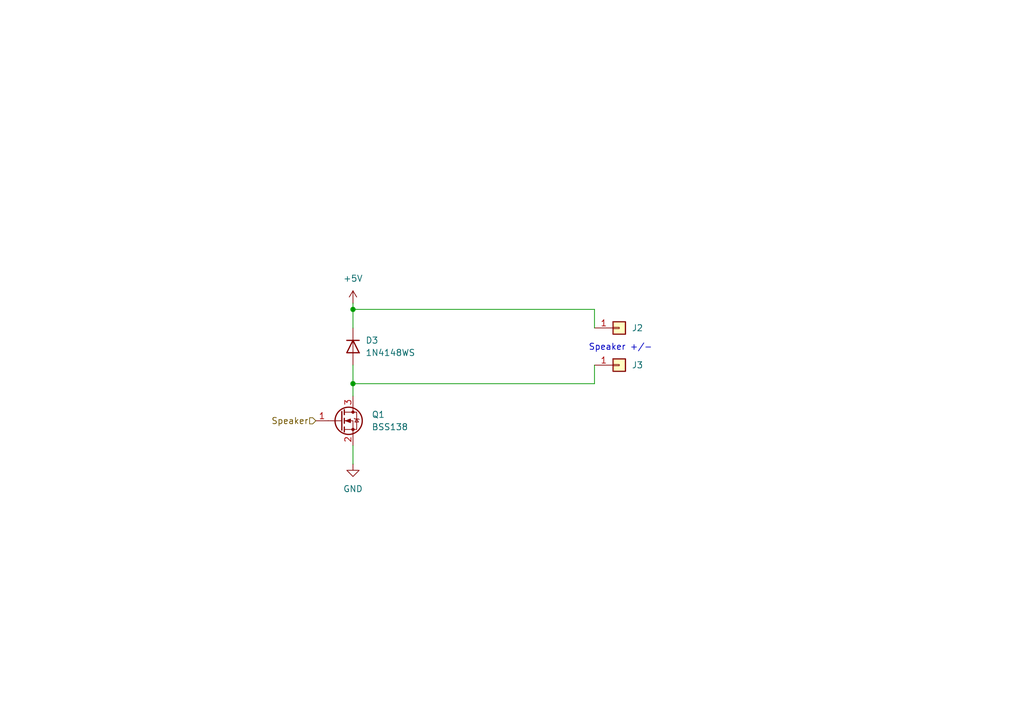
<source format=kicad_sch>
(kicad_sch (version 20250114) (generator "eeschema") (generator_version "9.0")
  (paper "A5")
  (lib_symbols
    (symbol "Connector_Generic:Conn_01x01" (pin_names (offset 1.016) (hide yes))
      (property "Reference" "J" (at 0 2.54 0))
      (property "Value" "Conn_01x01" (at 0 -2.54 0))
      (symbol "Conn_01x01_1_1"
        (rectangle (start -1.27 1.27) (end 1.27 -1.27) (stroke (width 0.254)) (fill (type background)))
        (rectangle (start -1.27 0.127) (end 0 -0.127) (stroke (width 0.1524)))
        (pin passive line (at -5.08 0 0) (length 3.81) (name "Pin_1") (number "1"))
      )
    )
    (symbol "Diode:1N4148WS" (pin_numbers (hide yes)) (pin_names (hide yes))
      (property "Reference" "D" (at 0 2.54 0))
      (property "Value" "1N4148WS" (at 0 -2.54 0))
      (symbol "1N4148WS_0_1"
        (polyline (pts (xy -1.27 1.27) (xy -1.27 -1.27)) (stroke (width 0.254)))
        (polyline (pts (xy 1.27 1.27) (xy 1.27 -1.27) (xy -1.27 0) (xy 1.27 1.27)) (stroke (width 0.254)))
        (polyline (pts (xy 1.27 0) (xy -1.27 0)))
      )
      (symbol "1N4148WS_1_1"
        (pin passive line (at -3.81 0 0) (length 2.54) (name "K") (number "1"))
        (pin passive line (at 3.81 0 180) (length 2.54) (name "A") (number "2"))
      )
    )
    (symbol "Transistor_FET:BSS138" (pin_names (hide yes))
      (property "Reference" "Q" (at 5.08 1.905 0))
      (property "Value" "BSS138" (at 5.08 0 0))
      (symbol "BSS138_0_1"
        (polyline (pts (xy 0.254 1.905) (xy 0.254 -1.905)) (stroke (width 0.254)))
        (polyline (pts (xy 0.254 0) (xy -2.54 0)))
        (polyline (pts (xy 0.762 2.286) (xy 0.762 1.27)) (stroke (width 0.254)))
        (polyline (pts (xy 0.762 0.508) (xy 0.762 -0.508)) (stroke (width 0.254)))
        (polyline (pts (xy 0.762 -1.27) (xy 0.762 -2.286)) (stroke (width 0.254)))
        (polyline (pts (xy 0.762 -1.778) (xy 3.302 -1.778) (xy 3.302 1.778) (xy 0.762 1.778)))
        (polyline (pts (xy 1.016 0) (xy 2.032 0.381) (xy 2.032 -0.381) (xy 1.016 0)) (fill (type outline)))
        (circle (center 1.651 0) (radius 2.794) (stroke (width 0.254)))
        (polyline (pts (xy 2.54 2.54) (xy 2.54 1.778)))
        (circle (center 2.54 1.778) (radius 0.254) (fill (type outline)))
        (circle (center 2.54 -1.778) (radius 0.254) (fill (type outline)))
        (polyline (pts (xy 2.54 -2.54) (xy 2.54 0) (xy 0.762 0)))
        (polyline (pts (xy 2.794 0.508) (xy 2.921 0.381) (xy 3.683 0.381) (xy 3.81 0.254)))
        (polyline (pts (xy 3.302 0.381) (xy 2.921 -0.254) (xy 3.683 -0.254) (xy 3.302 0.381)))
      )
      (symbol "BSS138_1_1"
        (pin input line (at -5.08 0 0) (length 2.54) (name "G") (number "1"))
        (pin passive line (at 2.54 5.08 270) (length 2.54) (name "D") (number "3"))
        (pin passive line (at 2.54 -5.08 90) (length 2.54) (name "S") (number "2"))
      )
    )
    (symbol "power:+5V" (power) (pin_numbers (hide yes)) (pin_names (offset 0) (hide yes))
      (property "Value" "+5V" (at 0 3.556 0))
      (symbol "+5V_0_1"
        (polyline (pts (xy -0.762 1.27) (xy 0 2.54)))
        (polyline (pts (xy 0 2.54) (xy 0.762 1.27)))
        (polyline (pts (xy 0 0) (xy 0 2.54)))
      )
      (symbol "+5V_1_1"
        (pin power_in line (at 0 0 90) (length 0) (name "~") (number "1"))
      )
    )
    (symbol "power:GND" (power) (pin_numbers (hide yes)) (pin_names (offset 0) (hide yes))
      (property "Value" "GND" (at 0 -3.81 0))
      (symbol "GND_0_1"
        (polyline (pts (xy 0 0) (xy 0 -1.27) (xy 1.27 -1.27) (xy 0 -2.54) (xy -1.27 -1.27) (xy 0 -1.27)))
      )
      (symbol "GND_1_1"
        (pin power_in line (at 0 0 270) (length 0) (name "~") (number "1"))
      )
    )
  )
  (text "Speaker +/-" (at 127.254 71.374 0) (effects (font (size 1.27 1.27))))
  (junction (at 72.39 78.74))
  (junction (at 72.39 63.5))
  (wire (pts (xy 121.92 74.93) (xy 121.92 78.74)))
  (wire (pts (xy 72.39 78.74) (xy 72.39 74.93)))
  (wire (pts (xy 72.39 95.25) (xy 72.39 91.44)))
  (wire (pts (xy 121.92 78.74) (xy 72.39 78.74)))
  (wire (pts (xy 121.92 67.31) (xy 121.92 63.5)))
  (wire (pts (xy 72.39 81.28) (xy 72.39 78.74)))
  (wire (pts (xy 72.39 63.5) (xy 72.39 62.23)))
  (wire (pts (xy 121.92 63.5) (xy 72.39 63.5)))
  (wire (pts (xy 72.39 67.31) (xy 72.39 63.5)))
  (hierarchical_label "Speaker" (shape input) (at 64.77 86.36 180))
  (symbol (lib_id "Connector_Generic:Conn_01x01") (at 127 74.93 0) (unit 1)
    (property "Reference" "J3" (at 129.54 74.93 0) (effects (justify left)))
    (property "Value" "Conn_01x01" (effects (hide yes)))
    (property "Footprint" "Connector_PinHeader_2.54mm:PinHeader_1x01_P2.54mm_Vertical" (effects (hide yes)))
    (property "Description" "Generic connector, single row, 01x01, script generated (kicad-library-utils/schlib/autogen/connector/)" (effects (hide yes)))
  )
  (symbol (lib_id "Connector_Generic:Conn_01x01") (at 127 67.31 0) (unit 1)
    (property "Reference" "J2" (at 129.54 67.31 0) (effects (justify left)))
    (property "Value" "Conn_01x01" (effects (hide yes)))
    (property "Footprint" "Connector_PinHeader_2.54mm:PinHeader_1x01_P2.54mm_Vertical" (effects (hide yes)))
    (property "Description" "Generic connector, single row, 01x01, script generated (kicad-library-utils/schlib/autogen/connector/)" (effects (hide yes)))
  )
  (symbol (lib_id "Diode:1N4148WS") (at 72.39 71.12 270) (unit 1)
    (property "Reference" "D3" (at 74.93 69.8499 90) (effects (justify left)))
    (property "Value" "1N4148WS" (at 74.93 72.3899 90) (effects (justify left)))
    (property "Footprint" "Diode_SMD:D_SOD-323" (effects (hide yes)))
    (property "Datasheet" "https://www.vishay.com/docs/85751/1n4148ws.pdf" (effects (hide yes)))
    (property "Description" "75V 0.15A Fast switching Diode, SOD-323" (effects (hide yes)))
    (property "Sim.Device" "D" (effects (hide yes)))
    (property "Sim.Pins" "1=K 2=A" (effects (hide yes)))
  )
  (symbol (lib_id "power:+5V") (at 72.39 62.23 0) (unit 1)
    (property "Reference" "#PWR022" (effects (hide yes)))
    (property "Value" "+5V" (at 72.39 57.15 0))
    (property "Description" "Power symbol creates a global label with name \"+5V\"" (effects (hide yes)))
  )
  (symbol (lib_id "Transistor_FET:BSS138") (at 69.85 86.36 0) (unit 1)
    (property "Reference" "Q1" (at 76.2 85.0899 0) (effects (justify left)))
    (property "Value" "BSS138" (at 76.2 87.6299 0) (effects (justify left)))
    (property "Footprint" "Package_TO_SOT_SMD:SOT-23" (effects (hide yes)))
    (property "Datasheet" "https://www.onsemi.com/pub/Collateral/BSS138-D.PDF" (effects (hide yes)))
    (property "Description" "50V Vds, 0.22A Id, N-Channel MOSFET, SOT-23" (effects (hide yes)))
  )
  (symbol (lib_id "power:GND") (at 72.39 95.25 0) (unit 1)
    (property "Reference" "#PWR023" (effects (hide yes)))
    (property "Value" "GND" (at 72.39 100.33 0))
    (property "Description" "Power symbol creates a global label with name \"GND\" , ground" (effects (hide yes)))
  )
)
</source>
